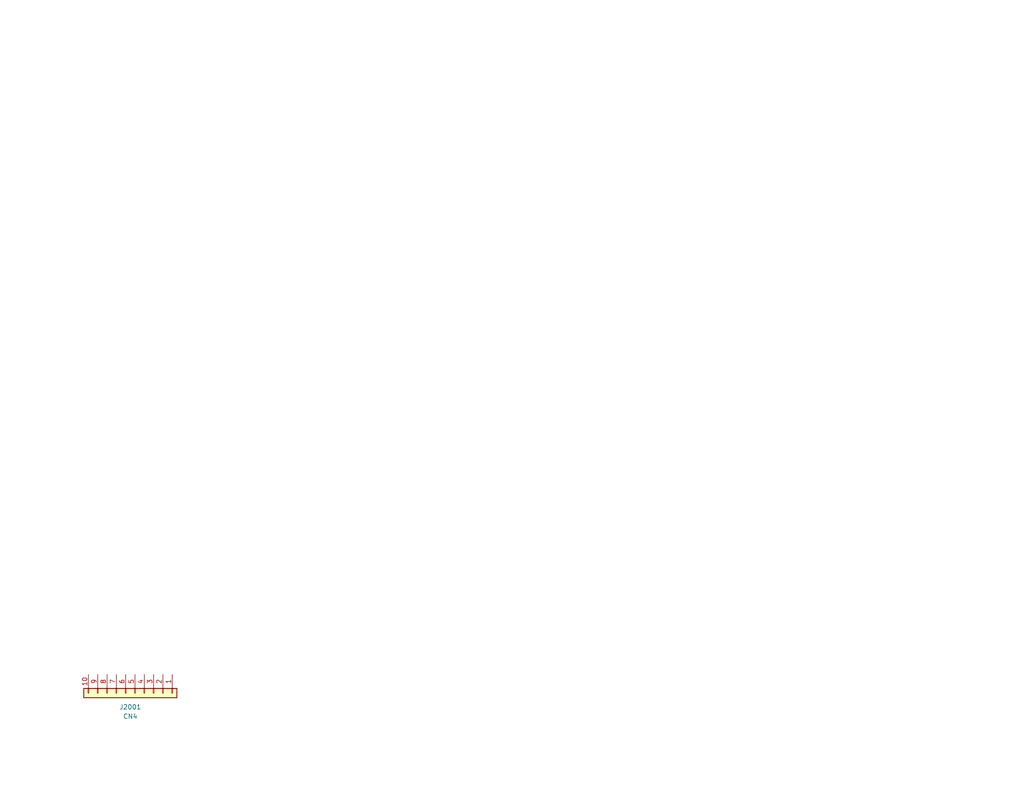
<source format=kicad_sch>
(kicad_sch (version 20211123) (generator eeschema)
  (paper "USLetter")
  (title_block (title "LCD Board"))
  (lib_symbols
    (symbol "Connector_Generic:Conn_01x10" (pin_names (offset 1.016) hide)
      (property "Reference" "J" (at 0 12.7 0))
      (property "Value" "Conn_01x10" (at 0 -15.24 0))
      (symbol "Conn_01x10_1_1"
        (rectangle (start -1.27 -12.573) (end 0 -12.827) (stroke (width 0.1524)))
        (rectangle (start -1.27 -10.033) (end 0 -10.287) (stroke (width 0.1524)))
        (rectangle (start -1.27 -7.493) (end 0 -7.747) (stroke (width 0.1524)))
        (rectangle (start -1.27 -4.953) (end 0 -5.207) (stroke (width 0.1524)))
        (rectangle (start -1.27 -2.413) (end 0 -2.667) (stroke (width 0.1524)))
        (rectangle (start -1.27 0.127) (end 0 -0.127) (stroke (width 0.1524)))
        (rectangle (start -1.27 2.667) (end 0 2.413) (stroke (width 0.1524)))
        (rectangle (start -1.27 5.207) (end 0 4.953) (stroke (width 0.1524)))
        (rectangle (start -1.27 7.747) (end 0 7.493) (stroke (width 0.1524)))
        (rectangle (start -1.27 10.287) (end 0 10.033) (stroke (width 0.1524)))
        (rectangle (start -1.27 11.43) (end 1.27 -13.97) (stroke (width 0.254)) (fill (type background)))
        (pin passive line (at -5.08 10.16 0) (length 3.81) (name "Pin_1") (number "1"))
        (pin passive line (at -5.08 -12.7 0) (length 3.81) (name "Pin_10") (number "10"))
        (pin passive line (at -5.08 7.62 0) (length 3.81) (name "Pin_2") (number "2"))
        (pin passive line (at -5.08 5.08 0) (length 3.81) (name "Pin_3") (number "3"))
        (pin passive line (at -5.08 2.54 0) (length 3.81) (name "Pin_4") (number "4"))
        (pin passive line (at -5.08 0 0) (length 3.81) (name "Pin_5") (number "5"))
        (pin passive line (at -5.08 -2.54 0) (length 3.81) (name "Pin_6") (number "6"))
        (pin passive line (at -5.08 -5.08 0) (length 3.81) (name "Pin_7") (number "7"))
        (pin passive line (at -5.08 -7.62 0) (length 3.81) (name "Pin_8") (number "8"))
        (pin passive line (at -5.08 -10.16 0) (length 3.81) (name "Pin_9") (number "9"))
      )
    )
  )
  (symbol (lib_id "Connector_Generic:Conn_01x10") (at 36.83 189.23 270) (unit 1)
    (property "Reference" "J2001" (at 35.56 193.04 90))
    (property "Value" "CN4" (at 35.56 195.58 90))
  )
)
</source>
